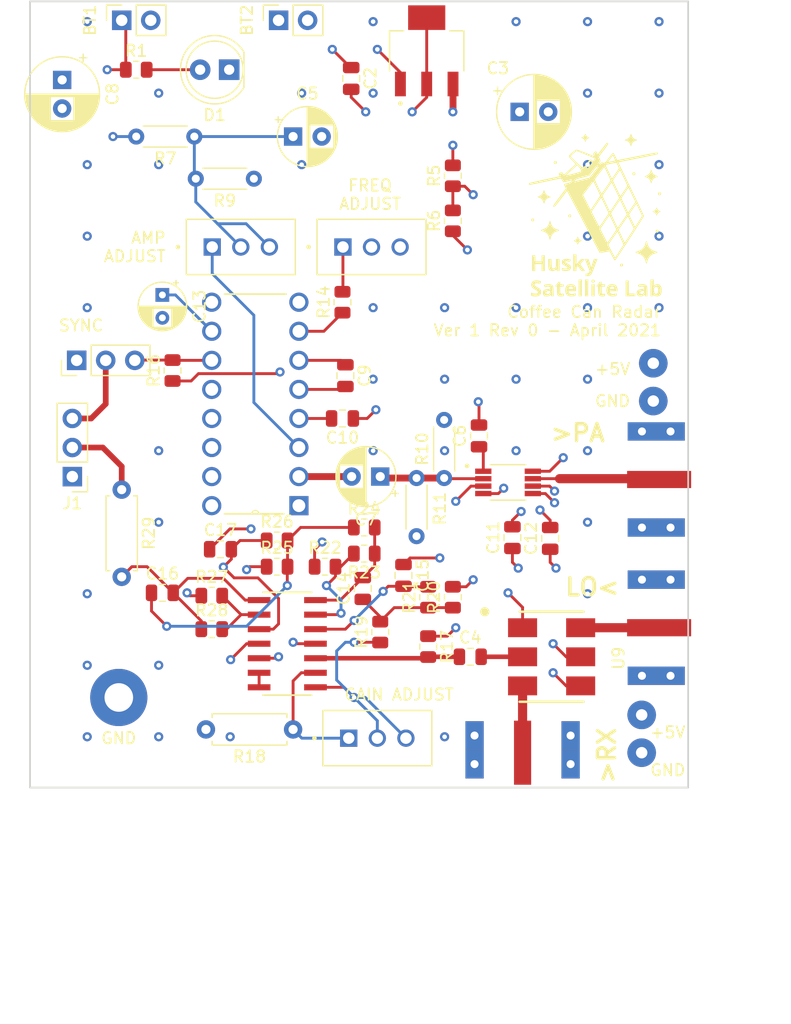
<source format=kicad_pcb>
(kicad_pcb (version 20171130) (host pcbnew "(5.1.8)-1")
  (layers (0 F.Cu signal) (1 GND signal hide) (2 PWR signal) (31 B.Cu signal) (34 B.Paste user) (35 F.Paste user) (36 B.SilkS user) (37 F.SilkS user) (38 B.Mask user) (39 F.Mask user) (44 Edge.Cuts user))
  (net 0 "")
  (net 1 12V_OUT)
  (net 2 "Net-(BT1-Pad2)")
  (net 3 GND)
  (net 4 5V_OUT)
  (net 5 "Net-(C5-Pad1)")
  (net 6 "Net-(C6-Pad1)")
  (net 7 "Net-(C7-Pad2)")
  (net 8 RAMP_SIGNAL)
  (net 9 "Net-(C9-Pad2)")
  (net 10 "Net-(C9-Pad1)")
  (net 11 "Net-(C13-Pad1)")
  (net 12 "Net-(D1-Pad2)")
  (net 13 "Net-(G1-Pad16)")
  (net 14 "Net-(G1-Pad15)")
  (net 15 "Net-(G1-Pad14)")
  (net 16 "Net-(G1-Pad13)")
  (net 17 "Net-(G1-Pad11)")
  (net 18 "Net-(G1-Pad9)")
  (net 19 "Net-(G1-Pad8)")
  (net 20 "Net-(G1-Pad7)")
  (net 21 "Net-(G1-Pad3)")
  (net 22 3.6V_OUT)
  (net 23 "Net-(R14-Pad2)")
  (net 24 "Net-(U1-Pad7)")
  (net 25 SYNC_OUT)
  (net 26 "Net-(C17-Pad2)")
  (net 27 "Net-(R27-Pad2)")
  (net 28 "Net-(C16-Pad2)")
  (net 29 "Net-(C14-Pad2)")
  (net 30 "Net-(R22-Pad2)")
  (net 31 "Net-(C15-Pad2)")
  (net 32 "Net-(C4-Pad1)")
  (net 33 "Net-(R18-Pad1)")
  (net 34 "Net-(R19-Pad1)")
  (net 35 "Net-(U6-Pad2)")
  (net 36 IF_SIGNAL)
  (net 37 "Net-(U11-Pad2)")
  (net 38 "Net-(C14-Pad1)")
  (net 39 "Net-(C16-Pad1)")
  (net 40 SIGNAL_OUT)
  (net 41 "Net-(U2-Pad13)")
  (module HS2-PARTS:logo (layer F.Cu) (at 169.418 73.152)
    (fp_text reference G*** hide)
    (fp_text value LOGO hide)
  )
  (module Capacitor_SMD:C_0805_2012Metric (layer F.Cu) (at 165.481 101.412 90)
    (fp_text reference C12 (at 0 -1.68 90) (layer F.SilkS))
    (fp_text value 220pF)
    (pad 1 smd roundrect (at -0.95 0 90) (size 1 1.45) (layers F.Cu F.Paste F.Mask) (net 3 GND))
    (pad 2 smd roundrect (at 0.95 0 90) (size 1 1.45) (layers F.Cu F.Paste F.Mask) (net 4 5V_OUT))
  )
  (module Resistor_SMD:R_0805_2012Metric (layer F.Cu) (at 129.286 60.452)
    (fp_text reference R1 (at 0 -1.65) (layer F.SilkS))
    (fp_text value 1k)
    (pad 1 smd roundrect (at -0.9125 0) (size 1.025 1.4) (layers F.Cu F.Paste F.Mask) (roundrect_rratio 0.2439004878048781) (net 1 12V_OUT))
    (pad 2 smd roundrect (at 0.9125 0) (size 1.025 1.4) (layers F.Cu F.Paste F.Mask) (roundrect_rratio 0.2439004878048781) (net 12 "Net-(D1-Pad2)"))
  )
  (module Connector_PinSocket_2.54mm:PinSocket_1x02_P2.54mm_Vertical (layer F.Cu) (at 128.016 56.134 90)
    (fp_text reference BT1 (at 0 -2.77 90) (layer F.SilkS))
    (fp_text value 6V)
    (pad 1 thru_hole rect (at 0 0 90) (size 1.7 1.7) (drill 1) (layers *.Cu *.Mask) (net 1 12V_OUT))
    (pad 2 thru_hole oval (at 0 2.54 90) (size 1.7 1.7) (drill 1) (layers *.Cu *.Mask) (net 2 "Net-(BT1-Pad2)"))
  )
  (module Connector_PinSocket_2.54mm:PinSocket_1x02_P2.54mm_Vertical (layer F.Cu) (at 141.732 56.134 90)
    (fp_text reference BT2 (at 0 -2.77 90) (layer F.SilkS))
    (fp_text value 6V)
    (pad 2 thru_hole oval (at 0 2.54 90) (size 1.7 1.7) (drill 1) (layers *.Cu *.Mask) (net 3 GND))
    (pad 1 thru_hole rect (at 0 0 90) (size 1.7 1.7) (drill 1) (layers *.Cu *.Mask) (net 2 "Net-(BT1-Pad2)"))
  )
  (module Capacitor_SMD:C_0805_2012Metric (layer F.Cu) (at 147.574 87.188 270)
    (fp_text reference C9 (at 0 -1.68 90) (layer F.SilkS))
    (fp_text value 0.47uF)
    (pad 2 smd roundrect (at 0.95 0 270) (size 1 1.45) (layers F.Cu F.Paste F.Mask) (net 9 "Net-(C9-Pad2)"))
    (pad 1 smd roundrect (at -0.95 0 270) (size 1 1.45) (layers F.Cu F.Paste F.Mask) (net 10 "Net-(C9-Pad1)"))
  )
  (module Capacitor_THT:CP_Radial_D5.0mm_P2.50mm (layer F.Cu) (at 143.002 66.294)
    (fp_text reference C5 (at 1.25 -3.75) (layer F.SilkS))
    (fp_text value 10uF)
    (pad 1 thru_hole rect (at 0 0) (size 1.6 1.6) (drill 0.8) (layers *.Cu *.Mask) (net 5 "Net-(C5-Pad1)"))
    (pad 2 thru_hole circle (at 2.5 0) (size 1.6 1.6) (drill 0.8) (layers *.Cu *.Mask) (net 3 GND))
  )
  (module Capacitor_THT:CP_Radial_D5.0mm_P2.50mm (layer F.Cu) (at 150.622 96.012 180)
    (fp_text reference C7 (at 1.25 -3.75) (layer F.SilkS))
    (fp_text value 10uF)
    (pad 2 thru_hole circle (at 2.5 0 180) (size 1.6 1.6) (drill 0.8) (layers *.Cu *.Mask) (net 7 "Net-(C7-Pad2)"))
    (pad 1 thru_hole rect (at 0 0 180) (size 1.6 1.6) (drill 0.8) (layers *.Cu *.Mask) (net 8 RAMP_SIGNAL))
  )
  (module Capacitor_THT:CP_Radial_D4.0mm_P2.00mm (layer F.Cu) (at 131.572 80.137 270)
    (fp_text reference C13 (at 1 -3.25 90) (layer F.SilkS))
    (fp_text value 1uF)
    (pad 1 thru_hole rect (at 0 0 270) (size 1.2 1.2) (drill 0.6) (layers *.Cu *.Mask) (net 11 "Net-(C13-Pad1)"))
    (pad 2 thru_hole circle (at 2 0 270) (size 1.2 1.2) (drill 0.6) (layers *.Cu *.Mask) (net 3 GND))
  )
  (module LED_THT:LED_D5.0mm (layer F.Cu) (at 137.414 60.452 180)
    (fp_text reference D1 (at 1.27 -3.96) (layer F.SilkS))
    (fp_text value DIODE)
    (pad 1 thru_hole rect (at 0 0 180) (size 1.8 1.8) (drill 0.9) (layers *.Cu *.Mask) (net 3 GND))
    (pad 2 thru_hole circle (at 2.54 0 180) (size 1.8 1.8) (drill 0.9) (layers *.Cu *.Mask) (net 12 "Net-(D1-Pad2)"))
  )
  (module Capacitor_THT:CP_Radial_D6.3mm_P2.50mm (layer F.Cu) (at 122.809 61.341 270)
    (fp_text reference C8 (at 1.25 -4.4 90) (layer F.SilkS))
    (fp_text value 100uF)
    (pad 1 thru_hole rect (at 0 0 270) (size 1.6 1.6) (drill 0.8) (layers *.Cu *.Mask) (net 1 12V_OUT))
    (pad 2 thru_hole circle (at 2.5 0 270) (size 1.6 1.6) (drill 0.8) (layers *.Cu *.Mask) (net 3 GND))
  )
  (module HS2-PARTS:XR-2206 (layer F.Cu) (at 135.89 80.772 180)
    (fp_text reference G1 hide)
    (fp_text value XR-2206 hide)
    (pad 16 thru_hole circle (at 0 -17.78 180) (size 1.6764 1.6764) (drill 1.1176) (layers *.Cu *.Mask) (net 13 "Net-(G1-Pad16)"))
    (pad 15 thru_hole circle (at 0 -15.24 180) (size 1.6764 1.6764) (drill 1.1176) (layers *.Cu *.Mask) (net 14 "Net-(G1-Pad15)"))
    (pad 14 thru_hole circle (at 0 -12.7 180) (size 1.6764 1.6764) (drill 1.1176) (layers *.Cu *.Mask) (net 15 "Net-(G1-Pad14)"))
    (pad 13 thru_hole circle (at 0 -10.16 180) (size 1.6764 1.6764) (drill 1.1176) (layers *.Cu *.Mask) (net 16 "Net-(G1-Pad13)"))
    (pad 12 thru_hole circle (at 0 -7.62 180) (size 1.6764 1.6764) (drill 1.1176) (layers *.Cu *.Mask) (net 3 GND))
    (pad 11 thru_hole circle (at 0 -5.08 180) (size 1.6764 1.6764) (drill 1.1176) (layers *.Cu *.Mask) (net 17 "Net-(G1-Pad11)"))
    (pad 10 thru_hole circle (at 0 -2.54 180) (size 1.6764 1.6764) (drill 1.1176) (layers *.Cu *.Mask) (net 11 "Net-(C13-Pad1)"))
    (pad 9 thru_hole circle (at 0 0 180) (size 1.6764 1.6764) (drill 1.1176) (layers *.Cu *.Mask) (net 18 "Net-(G1-Pad9)"))
    (pad 8 thru_hole circle (at -7.62 0 180) (size 1.6764 1.6764) (drill 1.1176) (layers *.Cu *.Mask) (net 19 "Net-(G1-Pad8)"))
    (pad 7 thru_hole circle (at -7.62 -2.54 180) (size 1.6764 1.6764) (drill 1.1176) (layers *.Cu *.Mask) (net 20 "Net-(G1-Pad7)"))
    (pad 6 thru_hole circle (at -7.62 -5.08 180) (size 1.6764 1.6764) (drill 1.1176) (layers *.Cu *.Mask) (net 10 "Net-(C9-Pad1)"))
    (pad 5 thru_hole circle (at -7.62 -7.62 180) (size 1.6764 1.6764) (drill 1.1176) (layers *.Cu *.Mask) (net 9 "Net-(C9-Pad2)"))
    (pad 4 thru_hole circle (at -7.62 -10.16 180) (size 1.6764 1.6764) (drill 1.1176) (layers *.Cu *.Mask) (net 1 12V_OUT))
    (pad 3 thru_hole circle (at -7.62 -12.7 180) (size 1.6764 1.6764) (drill 1.1176) (layers *.Cu *.Mask) (net 21 "Net-(G1-Pad3)"))
    (pad 2 thru_hole circle (at -7.62 -15.24 180) (size 1.6764 1.6764) (drill 1.1176) (layers *.Cu *.Mask) (net 7 "Net-(C7-Pad2)"))
    (pad 1 thru_hole rect (at -7.62 -17.78 180) (size 1.6764 1.6764) (drill 1.1176) (layers *.Cu *.Mask) (net 3 GND))
  )
  (module HS2-PARTS:PV36W (layer F.Cu) (at 138.43 75.946)
    (fp_text reference RV2 hide)
    (fp_text value 50k hide)
    (pad 3 thru_hole circle (at 2.5 0) (size 1.508 1.508) (drill 1) (layers *.Cu *.Mask) (net 5 "Net-(C5-Pad1)"))
    (pad 2 thru_hole circle (at 0 0) (size 1.508 1.508) (drill 1) (layers *.Cu *.Mask) (net 5 "Net-(C5-Pad1)"))
    (pad 1 thru_hole rect (at -2.5 0) (size 1.508 1.508) (drill 1) (layers *.Cu *.Mask) (net 21 "Net-(G1-Pad3)"))
  )
  (module HS2-PARTS:PV36W (layer F.Cu) (at 149.86 75.946)
    (fp_text reference RV3 hide)
    (fp_text value 2M hide)
    (pad 1 thru_hole rect (at -2.5 0) (size 1.508 1.508) (drill 1) (layers *.Cu *.Mask) (net 23 "Net-(R14-Pad2)"))
    (pad 2 thru_hole circle (at 0 0) (size 1.508 1.508) (drill 1) (layers *.Cu *.Mask) (net 3 GND))
    (pad 3 thru_hole circle (at 2.5 0) (size 1.508 1.508) (drill 1) (layers *.Cu *.Mask) (net 3 GND))
  )
  (module HS2-PARTS:LM2940 (layer F.Cu) (at 154.686 58.801 90)
    (fp_text reference VR1 hide)
    (fp_text value LM2940 hide)
    (pad 4 smd rect (at 2.9 0 90) (size 2.15 3.25) (layers F.Cu F.Paste F.Mask) (net 3 GND))
    (pad 3 smd rect (at -2.9 2.3 90) (size 2.15 0.95) (layers F.Cu F.Paste F.Mask) (net 4 5V_OUT))
    (pad 2 smd rect (at -2.9 0 90) (size 2.15 0.95) (layers F.Cu F.Paste F.Mask) (net 3 GND))
    (pad 1 smd rect (at -2.9 -2.3 90) (size 2.15 0.95) (layers F.Cu F.Paste F.Mask) (net 2 "Net-(BT1-Pad2)"))
  )
  (module Capacitor_SMD:C_0805_2012Metric (layer F.Cu) (at 162.179 101.346 90)
    (fp_text reference C11 (at 0 -1.68 90) (layer F.SilkS))
    (fp_text value 220pF)
    (pad 2 smd roundrect (at 0.95 0 90) (size 1 1.45) (layers F.Cu F.Paste F.Mask) (net 4 5V_OUT))
    (pad 1 smd roundrect (at -0.95 0 90) (size 1 1.45) (layers F.Cu F.Paste F.Mask) (net 3 GND))
  )
  (module HS2-PARTS:MAX2750AUA+ (layer F.Cu) (at 161.798 96.52)
    (fp_text reference U1 hide)
    (fp_text value MAX2750AUA+ hide)
    (pad 1 smd rect (at -2.165 -0.975) (size 1.42 0.47) (layers F.Cu F.Paste F.Mask) (net 6 "Net-(C6-Pad1)"))
    (pad 2 smd rect (at -2.165 -0.325) (size 1.42 0.47) (layers F.Cu F.Paste F.Mask) (net 8 RAMP_SIGNAL))
    (pad 3 smd rect (at -2.165 0.325) (size 1.42 0.47) (layers F.Cu F.Paste F.Mask) (net 3 GND))
    (pad 4 smd rect (at -2.165 0.975) (size 1.42 0.47) (layers F.Cu F.Paste F.Mask) (net 22 3.6V_OUT))
    (pad 5 smd rect (at 2.165 0.975) (size 1.42 0.47) (layers F.Cu F.Paste F.Mask) (net 4 5V_OUT))
    (pad 6 smd rect (at 2.165 0.325) (size 1.42 0.47) (layers F.Cu F.Paste F.Mask) (net 4 5V_OUT))
    (pad 7 smd rect (at 2.165 -0.325) (size 1.42 0.47) (layers F.Cu F.Paste F.Mask) (net 24 "Net-(U1-Pad7)"))
    (pad 8 smd rect (at 2.165 -0.975) (size 1.42 0.47) (layers F.Cu F.Paste F.Mask) (net 3 GND))
  )
  (module Capacitor_SMD:C_0805_2012Metric (layer F.Cu) (at 148.082 61.214 270)
    (fp_text reference C2 (at 0 -1.68 90) (layer F.SilkS))
    (fp_text value 0.1uF)
    (pad 1 smd roundrect (at -0.95 0 270) (size 1 1.45) (layers F.Cu F.Paste F.Mask) (net 2 "Net-(BT1-Pad2)"))
    (pad 2 smd roundrect (at 0.95 0 270) (size 1 1.45) (layers F.Cu F.Paste F.Mask) (net 3 GND))
  )
  (module Capacitor_THT:CP_Radial_D6.3mm_P2.50mm (layer F.Cu) (at 162.814 64.135)
    (fp_text reference C3 (at -1.905 -3.81) (layer F.SilkS))
    (fp_text value 100uF)
    (pad 2 thru_hole circle (at 2.5 0) (size 1.6 1.6) (drill 0.8) (layers *.Cu *.Mask) (net 3 GND))
    (pad 1 thru_hole rect (at 0 0) (size 1.6 1.6) (drill 0.8) (layers *.Cu *.Mask) (net 4 5V_OUT))
  )
  (module Capacitor_SMD:C_0805_2012Metric (layer F.Cu) (at 159.258 92.456 90)
    (fp_text reference C6 (at 0 -1.68 90) (layer F.SilkS))
    (fp_text value 0.1uF)
    (pad 1 smd roundrect (at -0.95 0 90) (size 1 1.45) (layers F.Cu F.Paste F.Mask) (net 6 "Net-(C6-Pad1)"))
    (pad 2 smd roundrect (at 0.95 0 90) (size 1 1.45) (layers F.Cu F.Paste F.Mask) (net 3 GND))
  )
  (module Capacitor_SMD:C_0805_2012Metric (layer F.Cu) (at 147.32 90.932 180)
    (fp_text reference C10 (at 0 -1.68) (layer F.SilkS))
    (fp_text value 0.1uF)
    (pad 2 smd roundrect (at 0.95 0 180) (size 1 1.45) (layers F.Cu F.Paste F.Mask) (net 1 12V_OUT))
    (pad 1 smd roundrect (at -0.95 0 180) (size 1 1.45) (layers F.Cu F.Paste F.Mask) (net 3 GND))
  )
  (module Resistor_SMD:R_0805_2012Metric (layer F.Cu) (at 156.972 69.723 90)
    (fp_text reference R5 (at 0 -1.65 90) (layer F.SilkS))
    (fp_text value 3.83k)
    (pad 2 smd roundrect (at 0.9125 0 90) (size 1.025 1.4) (layers F.Cu F.Paste F.Mask) (roundrect_rratio 0.2439004878048781) (net 4 5V_OUT))
    (pad 1 smd roundrect (at -0.9125 0 90) (size 1.025 1.4) (layers F.Cu F.Paste F.Mask) (roundrect_rratio 0.2439004878048781) (net 22 3.6V_OUT))
  )
  (module Resistor_SMD:R_0805_2012Metric (layer F.Cu) (at 156.972 73.66 90)
    (fp_text reference R6 (at 0 -1.65 90) (layer F.SilkS))
    (fp_text value 10k)
    (pad 2 smd roundrect (at 0.9125 0 90) (size 1.025 1.4) (layers F.Cu F.Paste F.Mask) (roundrect_rratio 0.2439004878048781) (net 22 3.6V_OUT))
    (pad 1 smd roundrect (at -0.9125 0 90) (size 1.025 1.4) (layers F.Cu F.Paste F.Mask) (roundrect_rratio 0.2439004878048781) (net 3 GND))
  )
  (module Resistor_SMD:R_0805_2012Metric (layer F.Cu) (at 147.32 80.772 90)
    (fp_text reference R14 (at 0 -1.65 90) (layer F.SilkS))
    (fp_text value 1k)
    (pad 1 smd roundrect (at -0.9125 0 90) (size 1.025 1.4) (layers F.Cu F.Paste F.Mask) (roundrect_rratio 0.2439004878048781) (net 20 "Net-(G1-Pad7)"))
    (pad 2 smd roundrect (at 0.9125 0 90) (size 1.025 1.4) (layers F.Cu F.Paste F.Mask) (roundrect_rratio 0.2439004878048781) (net 23 "Net-(R14-Pad2)"))
  )
  (module Connector_PinHeader_2.54mm:PinHeader_1x03_P2.54mm_Vertical (layer F.Cu) (at 124.079 85.852 90)
    (fp_text reference SW1 hide)
    (fp_text value SW_SPDT)
    (pad 1 thru_hole rect (at 0 0 90) (size 1.7 1.7) (drill 1) (layers *.Cu *.Mask) (net 3 GND))
    (pad 2 thru_hole oval (at 0 2.54 90) (size 1.7 1.7) (drill 1) (layers *.Cu *.Mask) (net 25 SYNC_OUT))
    (pad 3 thru_hole oval (at 0 5.08 90) (size 1.7 1.7) (drill 1) (layers *.Cu *.Mask) (net 17 "Net-(G1-Pad11)"))
  )
  (module HS2-PARTS:21-0041B_14 (layer F.Cu) (at 142.494 110.617 180)
    (fp_text reference U2 hide)
    (fp_text value Opamp_Quad_Generic hide)
    (pad 14 smd rect (at 2.4638 -3.81 180) (size 1.9812 0.5334) (layers F.Cu F.Paste F.Mask) (net 41 "Net-(U2-Pad13)"))
    (pad 13 smd rect (at 2.4638 -2.54 180) (size 1.9812 0.5334) (layers F.Cu F.Paste F.Mask) (net 41 "Net-(U2-Pad13)"))
    (pad 12 smd rect (at 2.4638 -1.27 180) (size 1.9812 0.5334) (layers F.Cu F.Paste F.Mask) (net 4 5V_OUT))
    (pad 11 smd rect (at 2.4638 0 180) (size 1.9812 0.5334) (layers F.Cu F.Paste F.Mask) (net 3 GND))
    (pad 10 smd rect (at 2.4638 1.27 180) (size 1.9812 0.5334) (layers F.Cu F.Paste F.Mask) (net 26 "Net-(C17-Pad2)"))
    (pad 9 smd rect (at 2.4638 2.54 180) (size 1.9812 0.5334) (layers F.Cu F.Paste F.Mask) (net 27 "Net-(R27-Pad2)"))
    (pad 8 smd rect (at 2.4638 3.81 180) (size 1.9812 0.5334) (layers F.Cu F.Paste F.Mask) (net 28 "Net-(C16-Pad2)"))
    (pad 7 smd rect (at -2.4638 3.81 180) (size 1.9812 0.5334) (layers F.Cu F.Paste F.Mask) (net 29 "Net-(C14-Pad2)"))
    (pad 6 smd rect (at -2.4638 2.54 180) (size 1.9812 0.5334) (layers F.Cu F.Paste F.Mask) (net 30 "Net-(R22-Pad2)"))
    (pad 5 smd rect (at -2.4638 1.27 180) (size 1.9812 0.5334) (layers F.Cu F.Paste F.Mask) (net 31 "Net-(C15-Pad2)"))
    (pad 4 smd rect (at -2.4638 0 180) (size 1.9812 0.5334) (layers F.Cu F.Paste F.Mask) (net 1 12V_OUT))
    (pad 3 smd rect (at -2.4638 -1.27 180) (size 1.9812 0.5334) (layers F.Cu F.Paste F.Mask) (net 32 "Net-(C4-Pad1)"))
    (pad 2 smd rect (at -2.4638 -2.54 180) (size 1.9812 0.5334) (layers F.Cu F.Paste F.Mask) (net 33 "Net-(R18-Pad1)"))
    (pad 1 smd rect (at -2.4638 -3.81 180) (size 1.9812 0.5334) (layers F.Cu F.Paste F.Mask) (net 34 "Net-(R19-Pad1)"))
  )
  (module HS2-PARTS:SMA_EDGE_MOUNT_132255 (layer F.Cu) (at 175.006 96.266 270)
    (fp_text reference U5 hide)
    (fp_text value SMA_PCB_Edge_Mount hide)
    (pad 1 thru_hole rect (at -4.2 1.5 270) (size 1.6 2.5) (drill 0.7) (layers *.Cu *.Paste *.Mask) (net 3 GND))
    (pad 2 smd rect (at 0 0 270) (size 1.5 5.6) (layers F.Cu F.Paste F.Mask) (net 24 "Net-(U1-Pad7)"))
    (pad 1 thru_hole rect (at -4.2 -1 270) (size 1.6 2.5) (drill 0.7) (layers *.Cu *.Paste *.Mask) (net 3 GND))
    (pad 3 thru_hole rect (at 4.2 1.5 270) (size 1.6 2.5) (drill 0.7) (layers *.Cu *.Paste *.Mask) (net 3 GND))
    (pad 3 thru_hole rect (at 4.2 -1 270) (size 1.6 2.5) (drill 0.7) (layers *.Cu *.Paste *.Mask) (net 3 GND))
  )
  (module HS2-PARTS:SMA_EDGE_MOUNT_132255 (layer F.Cu) (at 163.068 120.142 180)
    (fp_text reference U6 hide)
    (fp_text value SMA_PCB_Edge_Mount hide)
    (pad 3 thru_hole rect (at 4.2 -1 180) (size 1.6 2.5) (drill 0.7) (layers *.Cu *.Paste *.Mask) (net 3 GND))
    (pad 3 thru_hole rect (at 4.2 1.5 180) (size 1.6 2.5) (drill 0.7) (layers *.Cu *.Paste *.Mask) (net 3 GND))
    (pad 1 thru_hole rect (at -4.2 -1 180) (size 1.6 2.5) (drill 0.7) (layers *.Cu *.Paste *.Mask) (net 3 GND))
    (pad 2 smd rect (at 0 0 180) (size 1.5 5.6) (layers F.Cu F.Paste F.Mask) (net 35 "Net-(U6-Pad2)"))
    (pad 1 thru_hole rect (at -4.2 1.5 180) (size 1.6 2.5) (drill 0.7) (layers *.Cu *.Paste *.Mask) (net 3 GND))
  )
  (module HS2-PARTS:ADE-3G+ (layer F.Cu) (at 168.402 107.823 270)
    (fp_text reference U9 (at 4.064 -3.048 90) (layer F.SilkS))
    (fp_text value ADE-3G+)
    (pad 1 smd rect (at 1.4 5.334 270) (size 1.65 2.54) (layers F.Cu F.Paste F.Mask) (net 3 GND))
    (pad 2 smd rect (at 3.94 5.334 270) (size 1.65 2.54) (layers F.Cu F.Paste F.Mask) (net 36 IF_SIGNAL))
    (pad 3 smd rect (at 6.48 5.334 270) (size 1.65 2.54) (layers F.Cu F.Paste F.Mask) (net 35 "Net-(U6-Pad2)"))
    (pad 6 smd rect (at 1.4 0.254 270) (size 1.65 2.54) (layers F.Cu F.Paste F.Mask) (net 37 "Net-(U11-Pad2)"))
    (pad 5 smd rect (at 3.94 0.254 270) (size 1.65 2.54) (layers F.Cu F.Paste F.Mask) (net 3 GND))
    (pad 4 smd rect (at 6.48 0.254 270) (size 1.65 2.54) (layers F.Cu F.Paste F.Mask) (net 3 GND))
  )
  (module HS2-PARTS:SMA_EDGE_MOUNT_132255 (layer F.Cu) (at 175.006 109.22 270)
    (fp_text reference U11 hide)
    (fp_text value SMA_PCB_Edge_Mount hide)
    (pad 1 thru_hole rect (at -4.2 1.5 270) (size 1.6 2.5) (drill 0.7) (layers *.Cu *.Paste *.Mask) (net 3 GND))
    (pad 2 smd rect (at 0 0 270) (size 1.5 5.6) (layers F.Cu F.Paste F.Mask) (net 37 "Net-(U11-Pad2)"))
    (pad 1 thru_hole rect (at -4.2 -1 270) (size 1.6 2.5) (drill 0.7) (layers *.Cu *.Paste *.Mask) (net 3 GND))
    (pad 3 thru_hole rect (at 4.2 1.5 270) (size 1.6 2.5) (drill 0.7) (layers *.Cu *.Paste *.Mask) (net 3 GND))
    (pad 3 thru_hole rect (at 4.2 -1 270) (size 1.6 2.5) (drill 0.7) (layers *.Cu *.Paste *.Mask) (net 3 GND))
  )
  (module Capacitor_SMD:C_0805_2012Metric (layer F.Cu) (at 158.496 111.76)
    (fp_text reference C4 (at 0 -1.68) (layer F.SilkS))
    (fp_text value 1uF)
    (pad 2 smd roundrect (at 0.95 0) (size 1 1.45) (layers F.Cu F.Paste F.Mask) (net 36 IF_SIGNAL))
    (pad 1 smd roundrect (at -0.95 0) (size 1 1.45) (layers F.Cu F.Paste F.Mask) (net 32 "Net-(C4-Pad1)"))
  )
  (module Capacitor_SMD:C_0805_2012Metric (layer F.Cu) (at 149.098 105.791 90)
    (fp_text reference C14 (at 0 -1.68 90) (layer F.SilkS))
    (fp_text value 1nF)
    (pad 2 smd roundrect (at 0.95 0 90) (size 1 1.45) (layers F.Cu F.Paste F.Mask) (net 29 "Net-(C14-Pad2)"))
    (pad 1 smd roundrect (at -0.95 0 90) (size 1 1.45) (layers F.Cu F.Paste F.Mask) (net 38 "Net-(C14-Pad1)"))
  )
  (module Capacitor_SMD:C_0805_2012Metric (layer F.Cu) (at 152.654 104.648 270)
    (fp_text reference C15 (at 0 -1.68 90) (layer F.SilkS))
    (fp_text value 1nF)
    (pad 1 smd roundrect (at -0.95 0 270) (size 1 1.45) (layers F.Cu F.Paste F.Mask) (net 4 5V_OUT))
    (pad 2 smd roundrect (at 0.95 0 270) (size 1 1.45) (layers F.Cu F.Paste F.Mask) (net 31 "Net-(C15-Pad2)"))
  )
  (module Capacitor_SMD:C_0805_2012Metric (layer F.Cu) (at 131.572 106.172)
    (fp_text reference C16 (at 0 -1.68) (layer F.SilkS))
    (fp_text value 1nF)
    (pad 1 smd roundrect (at -0.95 0) (size 1 1.45) (layers F.Cu F.Paste F.Mask) (net 39 "Net-(C16-Pad1)"))
    (pad 2 smd roundrect (at 0.95 0) (size 1 1.45) (layers F.Cu F.Paste F.Mask) (net 28 "Net-(C16-Pad2)"))
  )
  (module Capacitor_SMD:C_0805_2012Metric (layer F.Cu) (at 136.652 102.362)
    (fp_text reference C17 (at 0 -1.68) (layer F.SilkS))
    (fp_text value 1nF)
    (pad 1 smd roundrect (at -0.95 0) (size 1 1.45) (layers F.Cu F.Paste F.Mask) (net 4 5V_OUT))
    (pad 2 smd roundrect (at 0.95 0) (size 1 1.45) (layers F.Cu F.Paste F.Mask) (net 26 "Net-(C17-Pad2)"))
  )
  (module Resistor_THT:R_Axial_DIN0204_L3.6mm_D1.6mm_P5.08mm_Horizontal (layer F.Cu) (at 134.366 66.294 180)
    (fp_text reference R7 (at 2.54 -1.92) (layer F.SilkS))
    (fp_text value 5.1k)
    (pad 1 thru_hole circle (at 0 0 180) (size 1.4 1.4) (drill 0.7) (layers *.Cu *.Mask) (net 5 "Net-(C5-Pad1)"))
    (pad 2 thru_hole oval (at 5.08 0 180) (size 1.4 1.4) (drill 0.7) (layers *.Cu *.Mask) (net 1 12V_OUT))
  )
  (module Resistor_THT:R_Axial_DIN0204_L3.6mm_D1.6mm_P5.08mm_Horizontal (layer F.Cu) (at 139.573 69.977 180)
    (fp_text reference R9 (at 2.54 -1.92) (layer F.SilkS))
    (fp_text value 5.1k)
    (pad 2 thru_hole oval (at 5.08 0 180) (size 1.4 1.4) (drill 0.7) (layers *.Cu *.Mask) (net 5 "Net-(C5-Pad1)"))
    (pad 1 thru_hole circle (at 0 0 180) (size 1.4 1.4) (drill 0.7) (layers *.Cu *.Mask) (net 3 GND))
  )
  (module Resistor_THT:R_Axial_DIN0204_L3.6mm_D1.6mm_P5.08mm_Horizontal (layer F.Cu) (at 156.21 96.139 90)
    (fp_text reference R10 (at 2.54 -1.92 90) (layer F.SilkS))
    (fp_text value 100k)
    (pad 2 thru_hole oval (at 5.08 0 90) (size 1.4 1.4) (drill 0.7) (layers *.Cu *.Mask) (net 3 GND))
    (pad 1 thru_hole circle (at 0 0 90) (size 1.4 1.4) (drill 0.7) (layers *.Cu *.Mask) (net 8 RAMP_SIGNAL))
  )
  (module Resistor_THT:R_Axial_DIN0204_L3.6mm_D1.6mm_P5.08mm_Horizontal (layer F.Cu) (at 153.797 101.219 90)
    (fp_text reference R11 (at 2.413 2.032 90) (layer F.SilkS))
    (fp_text value 100k)
    (pad 1 thru_hole circle (at 0 0 90) (size 1.4 1.4) (drill 0.7) (layers *.Cu *.Mask) (net 4 5V_OUT))
    (pad 2 thru_hole oval (at 5.08 0 90) (size 1.4 1.4) (drill 0.7) (layers *.Cu *.Mask) (net 8 RAMP_SIGNAL))
  )
  (module Resistor_SMD:R_0805_2012Metric (layer F.Cu) (at 132.461 86.741 90)
    (fp_text reference R16 (at 0 -1.65 90) (layer F.SilkS))
    (fp_text value 10k)
    (pad 2 smd roundrect (at 0.9125 0 90) (size 1.025 1.4) (layers F.Cu F.Paste F.Mask) (roundrect_rratio 0.2439004878048781) (net 17 "Net-(G1-Pad11)"))
    (pad 1 smd roundrect (at -0.9125 0 90) (size 1.025 1.4) (layers F.Cu F.Paste F.Mask) (roundrect_rratio 0.2439004878048781) (net 4 5V_OUT))
  )
  (module Resistor_SMD:R_0805_2012Metric (layer F.Cu) (at 154.813 110.871 270)
    (fp_text reference R17 (at 0 -1.65 90) (layer F.SilkS))
    (fp_text value 10k)
    (pad 2 smd roundrect (at 0.9125 0 270) (size 1.025 1.4) (layers F.Cu F.Paste F.Mask) (roundrect_rratio 0.2439004878048781) (net 32 "Net-(C4-Pad1)"))
    (pad 1 smd roundrect (at -0.9125 0 270) (size 1.025 1.4) (layers F.Cu F.Paste F.Mask) (roundrect_rratio 0.2439004878048781) (net 4 5V_OUT))
  )
  (module Resistor_SMD:R_0805_2012Metric (layer F.Cu) (at 150.622 109.601 90)
    (fp_text reference R19 (at 0 -1.65 90) (layer F.SilkS))
    (fp_text value 8.45k)
    (pad 1 smd roundrect (at -0.9125 0 90) (size 1.025 1.4) (layers F.Cu F.Paste F.Mask) (roundrect_rratio 0.2439004878048781) (net 34 "Net-(R19-Pad1)"))
    (pad 2 smd roundrect (at 0.9125 0 90) (size 1.025 1.4) (layers F.Cu F.Paste F.Mask) (roundrect_rratio 0.2439004878048781) (net 38 "Net-(C14-Pad1)"))
  )
  (module Resistor_SMD:R_0805_2012Metric (layer F.Cu) (at 156.972 106.553 90)
    (fp_text reference R20 (at 0 -1.65 90) (layer F.SilkS))
    (fp_text value 102k)
    (pad 2 smd roundrect (at 0.9125 0 90) (size 1.025 1.4) (layers F.Cu F.Paste F.Mask) (roundrect_rratio 0.2439004878048781) (net 4 5V_OUT))
    (pad 1 smd roundrect (at -0.9125 0 90) (size 1.025 1.4) (layers F.Cu F.Paste F.Mask) (roundrect_rratio 0.2439004878048781) (net 38 "Net-(C14-Pad1)"))
  )
  (module Resistor_SMD:R_0805_2012Metric (layer F.Cu) (at 154.813 106.553 90)
    (fp_text reference R21 (at 0 -1.65 90) (layer F.SilkS))
    (fp_text value 7.15K)
    (pad 2 smd roundrect (at 0.9125 0 90) (size 1.025 1.4) (layers F.Cu F.Paste F.Mask) (roundrect_rratio 0.2439004878048781) (net 31 "Net-(C15-Pad2)"))
    (pad 1 smd roundrect (at -0.9125 0 90) (size 1.025 1.4) (layers F.Cu F.Paste F.Mask) (roundrect_rratio 0.2439004878048781) (net 38 "Net-(C14-Pad1)"))
  )
  (module Resistor_SMD:R_0805_2012Metric (layer F.Cu) (at 145.796 103.886)
    (fp_text reference R22 (at 0 -1.65) (layer F.SilkS))
    (fp_text value 12.1K)
    (pad 1 smd roundrect (at -0.9125 0) (size 1.025 1.4) (layers F.Cu F.Paste F.Mask) (roundrect_rratio 0.2439004878048781) (net 4 5V_OUT))
    (pad 2 smd roundrect (at 0.9125 0) (size 1.025 1.4) (layers F.Cu F.Paste F.Mask) (roundrect_rratio 0.2439004878048781) (net 30 "Net-(R22-Pad2)"))
  )
  (module Resistor_SMD:R_0805_2012Metric (layer F.Cu) (at 149.225 102.743 180)
    (fp_text reference R23 (at 0 -1.65) (layer F.SilkS))
    (fp_text value 1k)
    (pad 2 smd roundrect (at 0.9125 0 180) (size 1.025 1.4) (layers F.Cu F.Paste F.Mask) (roundrect_rratio 0.2439004878048781) (net 30 "Net-(R22-Pad2)"))
    (pad 1 smd roundrect (at -0.9125 0 180) (size 1.025 1.4) (layers F.Cu F.Paste F.Mask) (roundrect_rratio 0.2439004878048781) (net 29 "Net-(C14-Pad2)"))
  )
  (module Resistor_SMD:R_0805_2012Metric (layer F.Cu) (at 149.225 100.457)
    (fp_text reference R24 (at 0 -1.65) (layer F.SilkS))
    (fp_text value 17.4K)
    (pad 1 smd roundrect (at -0.9125 0) (size 1.025 1.4) (layers F.Cu F.Paste F.Mask) (roundrect_rratio 0.2439004878048781) (net 39 "Net-(C16-Pad1)"))
    (pad 2 smd roundrect (at 0.9125 0) (size 1.025 1.4) (layers F.Cu F.Paste F.Mask) (roundrect_rratio 0.2439004878048781) (net 29 "Net-(C14-Pad2)"))
  )
  (module Resistor_SMD:R_0805_2012Metric (layer F.Cu) (at 141.605 103.886)
    (fp_text reference R25 (at 0 -1.65) (layer F.SilkS))
    (fp_text value 28k)
    (pad 1 smd roundrect (at -0.9125 0) (size 1.025 1.4) (layers F.Cu F.Paste F.Mask) (roundrect_rratio 0.2439004878048781) (net 4 5V_OUT))
    (pad 2 smd roundrect (at 0.9125 0) (size 1.025 1.4) (layers F.Cu F.Paste F.Mask) (roundrect_rratio 0.2439004878048781) (net 39 "Net-(C16-Pad1)"))
  )
  (module Resistor_SMD:R_0805_2012Metric (layer F.Cu) (at 141.605 101.6)
    (fp_text reference R26 (at 0 -1.65) (layer F.SilkS))
    (fp_text value 4.12k)
    (pad 2 smd roundrect (at 0.9125 0) (size 1.025 1.4) (layers F.Cu F.Paste F.Mask) (roundrect_rratio 0.2439004878048781) (net 39 "Net-(C16-Pad1)"))
    (pad 1 smd roundrect (at -0.9125 0) (size 1.025 1.4) (layers F.Cu F.Paste F.Mask) (roundrect_rratio 0.2439004878048781) (net 26 "Net-(C17-Pad2)"))
  )
  (module Resistor_SMD:R_0805_2012Metric (layer F.Cu) (at 135.89 106.426)
    (fp_text reference R27 (at 0 -1.65) (layer F.SilkS))
    (fp_text value 1.62k)
    (pad 2 smd roundrect (at 0.9125 0) (size 1.025 1.4) (layers F.Cu F.Paste F.Mask) (roundrect_rratio 0.2439004878048781) (net 27 "Net-(R27-Pad2)"))
    (pad 1 smd roundrect (at -0.9125 0) (size 1.025 1.4) (layers F.Cu F.Paste F.Mask) (roundrect_rratio 0.2439004878048781) (net 4 5V_OUT))
  )
  (module Resistor_SMD:R_0805_2012Metric (layer F.Cu) (at 135.89 109.347)
    (fp_text reference R28 (at 0 -1.65) (layer F.SilkS))
    (fp_text value 1k)
    (pad 1 smd roundrect (at -0.9125 0) (size 1.025 1.4) (layers F.Cu F.Paste F.Mask) (roundrect_rratio 0.2439004878048781) (net 28 "Net-(C16-Pad2)"))
    (pad 2 smd roundrect (at 0.9125 0) (size 1.025 1.4) (layers F.Cu F.Paste F.Mask) (roundrect_rratio 0.2439004878048781) (net 27 "Net-(R27-Pad2)"))
  )
  (module Resistor_THT:R_Axial_DIN0207_L6.3mm_D2.5mm_P7.62mm_Horizontal (layer F.Cu) (at 128.016 97.155 270)
    (fp_text reference R29 (at 3.81 -2.37 90) (layer F.SilkS))
    (fp_text value 47k)
    (pad 1 thru_hole circle (at 0 0 270) (size 1.6 1.6) (drill 0.8) (layers *.Cu *.Mask) (net 40 SIGNAL_OUT))
    (pad 2 thru_hole oval (at 7.62 0 270) (size 1.6 1.6) (drill 0.8) (layers *.Cu *.Mask) (net 28 "Net-(C16-Pad2)"))
  )
  (module HS2-PARTS:PV36W (layer F.Cu) (at 150.368 118.872)
    (fp_text reference RV1 hide)
    (fp_text value 10k hide)
    (pad 3 thru_hole circle (at 2.5 0) (size 1.508 1.508) (drill 1) (layers *.Cu *.Mask) (net 34 "Net-(R19-Pad1)"))
    (pad 2 thru_hole circle (at 0 0) (size 1.508 1.508) (drill 1) (layers *.Cu *.Mask) (net 34 "Net-(R19-Pad1)"))
    (pad 1 thru_hole rect (at -2.5 0) (size 1.508 1.508) (drill 1) (layers *.Cu *.Mask) (net 33 "Net-(R18-Pad1)"))
  )
  (module Connector_PinHeader_2.54mm:PinHeader_1x03_P2.54mm_Vertical (layer F.Cu) (at 123.698 96.012 180)
    (fp_text reference J1 (at 0 -2.33) (layer F.SilkS))
    (fp_text value AudioPlug3)
    (pad 1 thru_hole rect (at 0 0 180) (size 1.7 1.7) (drill 1) (layers *.Cu *.Mask) (net 3 GND))
    (pad 2 thru_hole oval (at 0 2.54 180) (size 1.7 1.7) (drill 1) (layers *.Cu *.Mask) (net 40 SIGNAL_OUT))
    (pad 3 thru_hole oval (at 0 5.08 180) (size 1.7 1.7) (drill 1) (layers *.Cu *.Mask) (net 25 SYNC_OUT))
  )
  (module Resistor_THT:R_Axial_DIN0207_L6.3mm_D2.5mm_P7.62mm_Horizontal (layer F.Cu) (at 143.002 118.11 180)
    (fp_text reference R18 (at 3.81 -2.37) (layer F.SilkS))
    (fp_text value 220)
    (pad 1 thru_hole circle (at 0 0 180) (size 1.6 1.6) (drill 0.8) (layers *.Cu *.Mask) (net 33 "Net-(R18-Pad1)"))
    (pad 2 thru_hole oval (at 7.62 0 180) (size 1.6 1.6) (drill 0.8) (layers *.Cu *.Mask) (net 4 5V_OUT))
  )
  (gr_text "GAIN ADJUST" (at 152.273 115.062) (layer F.SilkS) (effects (font (size 1 1))))
  (gr_text "FREQ\nADJUST" (at 149.733 71.374) (layer F.SilkS) (effects (font (size 1 1))))
  (gr_text "AMP\nADJUST" (at 131.953 75.946) (layer F.SilkS) (effects (font (size 1 1)) (justify right)))
  (gr_text SYNC (at 124.46 82.804) (layer F.SilkS) (effects (font (size 1 1))))
  (gr_text GND (at 175.768 121.666) (layer F.SilkS) (effects (font (size 1 1))))
  (gr_text +5V (at 175.768 118.364) (layer F.SilkS) (effects (font (size 1 1))))
  (gr_text GND (at 170.942 89.408) (layer F.SilkS) (effects (font (size 1 1))))
  (gr_text +5V (at 170.942 86.614) (layer F.SilkS) (effects (font (size 1 1))))
  (gr_text "GND\n" (at 127.762 118.872) (layer F.SilkS) (effects (font (size 1 1))))
  (gr_text >RX (at 170.434 120.396 90) (layer F.SilkS) (effects (font (size 1.5 1.5) (thickness 0.3))))
  (gr_text LO< (at 169.164 105.664) (layer F.SilkS) (effects (font (size 1.5 1.5) (thickness 0.3))))
  (gr_text >PA (at 167.894 92.202) (layer F.SilkS) (effects (font (size 1.5 1.5) (thickness 0.3))))
  (gr_text "Coffee Can Radar\nVer 1 Rev 0 - April 2021" (at 175.26 82.423) (layer F.SilkS) (effects (font (size 1 1)) (justify right)))
  (gr_line (start 177.546 54.483) (end 120 54.483) (layer Edge.Cuts) (width 0.15))
  (gr_line (start 177.546 123.19) (end 177.546 54.483) (layer Edge.Cuts) (width 0.15))
  (gr_line (start 120 123.19) (end 177.546 123.19) (layer Edge.Cuts) (width 0.15))
  (gr_line (start 120 54.483) (end 120 123.19) (layer Edge.Cuts) (width 0.15))
  (segment (start 128.016 60.0945) (end 128.3735 60.452) (width 0.25) (layer F.Cu) (net 1))
  (segment (start 128.3735 56.4915) (end 128.016 56.134) (width 0.25) (layer F.Cu) (net 1))
  (segment (start 128.3735 60.452) (end 128.3735 56.4915) (width 0.25) (layer F.Cu) (net 1))
  (via (at 143.002 110.49) (size 0.8) (drill 0.4) (layers F.Cu B.Cu) (net 1))
  (segment (start 143.129 110.617) (end 143.002 110.49) (width 0.25) (layer F.Cu) (net 1))
  (segment (start 144.9578 110.617) (end 143.129 110.617) (width 0.25) (layer F.Cu) (net 1))
  (via (at 126.746 60.452) (size 0.8) (drill 0.4) (layers F.Cu B.Cu) (net 1))
  (segment (start 126.746 60.452) (end 128.3735 60.452) (width 0.25) (layer F.Cu) (net 1))
  (via (at 127.254 66.294) (size 0.8) (drill 0.4) (layers F.Cu B.Cu) (net 1))
  (segment (start 127.254 66.294) (end 129.286 66.294) (width 0.25) (layer B.Cu) (net 1))
  (segment (start 146.37 90.932) (end 143.51 90.932) (width 0.25) (layer F.Cu) (net 1))
  (via (at 146.431 58.674) (size 0.8) (drill 0.4) (layers F.Cu B.Cu) (net 2))
  (segment (start 148.021 60.264) (end 146.431 58.674) (width 0.25) (layer F.Cu) (net 2))
  (segment (start 148.082 60.264) (end 148.021 60.264) (width 0.25) (layer F.Cu) (net 2))
  (segment (start 152.386 60.692) (end 150.368 58.674) (width 0.25) (layer F.Cu) (net 2))
  (segment (start 152.386 61.701) (end 152.386 60.692) (width 0.25) (layer F.Cu) (net 2))
  (segment (start 150.368 58.674) (end 150.368 58.674) (width 0.25) (layer F.Cu) (net 2))
  (via (at 150.368 58.674) (size 0.8) (drill 0.4) (layers F.Cu B.Cu) (net 2))
  (segment (start 148.082 62.164) (end 148.397 62.164) (width 0.25) (layer F.Cu) (net 3))
  (via (at 149.352 64.135) (size 0.8) (drill 0.4) (layers F.Cu B.Cu) (net 3))
  (segment (start 148.082 62.865) (end 149.352 64.135) (width 0.25) (layer F.Cu) (net 3))
  (segment (start 148.082 62.164) (end 148.082 62.865) (width 0.25) (layer F.Cu) (net 3))
  (segment (start 159.258 91.506) (end 159.258 91.186) (width 0.25) (layer F.Cu) (net 3))
  (via (at 157.226 98.171) (size 0.8) (drill 0.4) (layers F.Cu B.Cu) (net 3))
  (segment (start 158.552 96.845) (end 157.226 98.171) (width 0.25) (layer F.Cu) (net 3))
  (segment (start 159.633 96.845) (end 158.552 96.845) (width 0.25) (layer F.Cu) (net 3))
  (via (at 166.624 94.361) (size 0.8) (drill 0.4) (layers F.Cu B.Cu) (net 3))
  (segment (start 165.44 95.545) (end 166.624 94.361) (width 0.25) (layer F.Cu) (net 3))
  (segment (start 163.963 95.545) (end 165.44 95.545) (width 0.25) (layer F.Cu) (net 3))
  (via (at 158.242 76.2) (size 0.8) (drill 0.4) (layers F.Cu B.Cu) (net 3))
  (via (at 153.416 64.135) (size 0.8) (drill 0.4) (layers F.Cu B.Cu) (net 3))
  (segment (start 154.686 55.901) (end 154.686 61.701) (width 0.25) (layer F.Cu) (net 3))
  (segment (start 156.972 74.93) (end 158.242 76.2) (width 0.25) (layer F.Cu) (net 3))
  (segment (start 156.972 74.5725) (end 156.972 74.93) (width 0.25) (layer F.Cu) (net 3))
  (via (at 150.241 90.17) (size 0.8) (drill 0.4) (layers F.Cu B.Cu) (net 3))
  (segment (start 149.479 90.932) (end 150.241 90.17) (width 0.25) (layer F.Cu) (net 3))
  (segment (start 148.27 90.932) (end 149.479 90.932) (width 0.25) (layer F.Cu) (net 3))
  (via (at 161.798 106.172) (size 0.8) (drill 0.4) (layers F.Cu B.Cu) (net 3))
  (segment (start 163.068 107.442) (end 161.798 106.172) (width 0.25) (layer F.Cu) (net 3))
  (segment (start 163.068 109.223) (end 163.068 107.442) (width 0.25) (layer F.Cu) (net 3))
  (via (at 165.735 110.617) (size 0.8) (drill 0.4) (layers F.Cu B.Cu) (net 3))
  (segment (start 166.881 111.763) (end 165.735 110.617) (width 0.25) (layer F.Cu) (net 3))
  (segment (start 168.148 111.763) (end 166.881 111.763) (width 0.25) (layer F.Cu) (net 3))
  (via (at 165.735 113.157) (size 0.8) (drill 0.4) (layers F.Cu B.Cu) (net 3))
  (segment (start 166.881 114.303) (end 165.735 113.157) (width 0.25) (layer F.Cu) (net 3))
  (segment (start 168.148 114.303) (end 166.881 114.303) (width 0.25) (layer F.Cu) (net 3))
  (via (at 137.541 112.014) (size 0.8) (drill 0.4) (layers F.Cu B.Cu) (net 3))
  (segment (start 138.938 110.617) (end 137.541 112.014) (width 0.25) (layer F.Cu) (net 3))
  (segment (start 140.0302 110.617) (end 138.938 110.617) (width 0.25) (layer F.Cu) (net 3))
  (via (at 162.687 104.013) (size 0.8) (drill 0.4) (layers F.Cu B.Cu) (net 3))
  (segment (start 162.179 103.505) (end 162.687 104.013) (width 0.25) (layer F.Cu) (net 3))
  (segment (start 162.179 102.296) (end 162.179 103.505) (width 0.25) (layer F.Cu) (net 3))
  (via (at 165.989 104.013) (size 0.8) (drill 0.4) (layers F.Cu B.Cu) (net 3))
  (segment (start 165.481 103.505) (end 165.989 104.013) (width 0.25) (layer F.Cu) (net 3))
  (segment (start 165.481 102.362) (end 165.481 103.505) (width 0.25) (layer F.Cu) (net 3))
  (segment (start 154.686 62.865) (end 153.416 64.135) (width 0.25) (layer F.Cu) (net 3))
  (segment (start 154.686 61.701) (end 154.686 62.865) (width 0.25) (layer F.Cu) (net 3))
  (via (at 127.762 115.316) (size 5) (drill 2.5) (layers F.Cu B.Cu) (net 3))
  (via (at 174.498 89.408) (size 2.5) (drill 1) (layers F.Cu B.Cu) (net 3))
  (via (at 173.482 120.142) (size 2.5) (drill 1) (layers F.Cu B.Cu) (net 3))
  (via (at 159.1945 89.4715) (size 0.8) (drill 0.4) (layers F.Cu B.Cu) (net 3))
  (segment (start 159.258 89.535) (end 159.1945 89.4715) (width 0.25) (layer F.Cu) (net 3))
  (segment (start 159.258 91.506) (end 159.258 89.535) (width 0.25) (layer F.Cu) (net 3))
  (via (at 150 87.5) (size 0.8) (drill 0.4) (layers F.Cu B.Cu) (net 3))
  (via (at 156.25 87.5) (size 0.8) (drill 0.4) (layers F.Cu B.Cu) (net 3))
  (via (at 162.5 87.5) (size 0.8) (drill 0.4) (layers F.Cu B.Cu) (net 3))
  (via (at 168.75 87.5) (size 0.8) (drill 0.4) (layers F.Cu B.Cu) (net 3))
  (via (at 168.75 93.75) (size 0.8) (drill 0.4) (layers F.Cu B.Cu) (net 3))
  (via (at 168.75 100) (size 0.8) (drill 0.4) (layers F.Cu B.Cu) (net 3))
  (via (at 168.75 106.25) (size 0.8) (drill 0.4) (layers F.Cu B.Cu) (net 3))
  (via (at 168.75 81.25) (size 0.8) (drill 0.4) (layers F.Cu B.Cu) (net 3))
  (via (at 175 81.25) (size 0.8) (drill 0.4) (layers F.Cu B.Cu) (net 3))
  (via (at 162.5 81.25) (size 0.8) (drill 0.4) (layers F.Cu B.Cu) (net 3))
  (via (at 156.25 81.25) (size 0.8) (drill 0.4) (layers F.Cu B.Cu) (net 3))
  (via (at 150 81.25) (size 0.8) (drill 0.4) (layers F.Cu B.Cu) (net 3))
  (via (at 131.25 93.75) (size 0.8) (drill 0.4) (layers F.Cu B.Cu) (net 3))
  (via (at 131.25 100) (size 0.8) (drill 0.4) (layers F.Cu B.Cu) (net 3))
  (via (at 131.25 112.5) (size 0.8) (drill 0.4) (layers F.Cu B.Cu) (net 3))
  (via (at 125 106.25) (size 0.8) (drill 0.4) (layers F.Cu B.Cu) (net 3))
  (via (at 156.25 118.75) (size 0.8) (drill 0.4) (layers F.Cu B.Cu) (net 3))
  (via (at 150 93.75) (size 0.8) (drill 0.4) (layers F.Cu B.Cu) (net 3))
  (via (at 156.25 93.75) (size 0.8) (drill 0.4) (layers F.Cu B.Cu) (net 3))
  (via (at 162.5 93.75) (size 0.8) (drill 0.4) (layers F.Cu B.Cu) (net 3))
  (via (at 175 75) (size 0.8) (drill 0.4) (layers F.Cu B.Cu) (net 3))
  (via (at 168.75 75) (size 0.8) (drill 0.4) (layers F.Cu B.Cu) (net 3))
  (via (at 168.75 68.75) (size 0.8) (drill 0.4) (layers F.Cu B.Cu) (net 3))
  (via (at 175 68.75) (size 0.8) (drill 0.4) (layers F.Cu B.Cu) (net 3))
  (via (at 175 62.5) (size 0.8) (drill 0.4) (layers F.Cu B.Cu) (net 3))
  (via (at 168.75 62.5) (size 0.8) (drill 0.4) (layers F.Cu B.Cu) (net 3))
  (via (at 168.75 56.25) (size 0.8) (drill 0.4) (layers F.Cu B.Cu) (net 3))
  (via (at 175 56.25) (size 0.8) (drill 0.4) (layers F.Cu B.Cu) (net 3))
  (via (at 125 75) (size 0.8) (drill 0.4) (layers F.Cu B.Cu) (net 3))
  (via (at 125 81.25) (size 0.8) (drill 0.4) (layers F.Cu B.Cu) (net 3))
  (via (at 131.25 68.75) (size 0.8) (drill 0.4) (layers F.Cu B.Cu) (net 3))
  (via (at 143.75 68.75) (size 0.8) (drill 0.4) (layers F.Cu B.Cu) (net 3))
  (via (at 143.75 62.5) (size 0.8) (drill 0.4) (layers F.Cu B.Cu) (net 3))
  (via (at 125 112.5) (size 0.8) (drill 0.4) (layers F.Cu B.Cu) (net 3))
  (via (at 125 118.75) (size 0.8) (drill 0.4) (layers F.Cu B.Cu) (net 3))
  (via (at 131.25 118.75) (size 0.8) (drill 0.4) (layers F.Cu B.Cu) (net 3))
  (via (at 137.5 118.75) (size 0.8) (drill 0.4) (layers F.Cu B.Cu) (net 3))
  (via (at 125 68.75) (size 0.8) (drill 0.4) (layers F.Cu B.Cu) (net 3))
  (via (at 131.25 62.5) (size 0.8) (drill 0.4) (layers F.Cu B.Cu) (net 3))
  (via (at 150 62.5) (size 0.8) (drill 0.4) (layers F.Cu B.Cu) (net 3))
  (via (at 162.5 56.25) (size 0.8) (drill 0.4) (layers F.Cu B.Cu) (net 3))
  (via (at 150 56.25) (size 0.8) (drill 0.4) (layers F.Cu B.Cu) (net 3))
  (via (at 125 56.25) (size 0.8) (drill 0.4) (layers F.Cu B.Cu) (net 3))
  (segment (start 163.963 97.495) (end 164.231 97.495) (width 0.25) (layer F.Cu) (net 4))
  (via (at 156.972 64.135) (size 0.8) (drill 0.4) (layers F.Cu B.Cu) (net 4))
  (segment (start 156.986 64.121) (end 156.972 64.135) (width 0.25) (layer F.Cu) (net 4))
  (segment (start 156.986 61.701) (end 156.986 64.121) (width 0.6) (layer F.Cu) (net 4))
  (via (at 165.862 97.282) (size 0.8) (drill 0.4) (layers F.Cu B.Cu) (net 4))
  (segment (start 165.425 96.845) (end 165.862 97.282) (width 0.25) (layer F.Cu) (net 4))
  (segment (start 163.963 96.845) (end 165.425 96.845) (width 0.25) (layer F.Cu) (net 4))
  (via (at 165.862 98.298) (size 0.8) (drill 0.4) (layers F.Cu B.Cu) (net 4))
  (segment (start 165.059 97.495) (end 165.862 98.298) (width 0.25) (layer F.Cu) (net 4))
  (segment (start 163.963 97.495) (end 165.059 97.495) (width 0.25) (layer F.Cu) (net 4))
  (via (at 156.972 67.056) (size 0.8) (drill 0.4) (layers F.Cu B.Cu) (net 4))
  (segment (start 156.972 68.8105) (end 156.972 67.056) (width 0.25) (layer F.Cu) (net 4))
  (segment (start 132.461 87.6535) (end 132.461 87.503) (width 0.25) (layer F.Cu) (net 4))
  (segment (start 132.461 87.6535) (end 134.0885 87.6535) (width 0.25) (layer F.Cu) (net 4))
  (via (at 141.859 86.868) (size 0.8) (drill 0.4) (layers F.Cu B.Cu) (net 4))
  (segment (start 141.711799 87.015201) (end 141.859 86.868) (width 0.25) (layer F.Cu) (net 4))
  (segment (start 134.726799 87.015201) (end 141.711799 87.015201) (width 0.25) (layer F.Cu) (net 4))
  (segment (start 134.0885 87.6535) (end 134.726799 87.015201) (width 0.25) (layer F.Cu) (net 4))
  (via (at 162.941 99.06) (size 0.8) (drill 0.4) (layers F.Cu B.Cu) (net 4))
  (segment (start 162.179 99.822) (end 162.941 99.06) (width 0.25) (layer F.Cu) (net 4))
  (segment (start 162.179 100.396) (end 162.179 99.822) (width 0.25) (layer F.Cu) (net 4))
  (via (at 164.592 98.933) (size 0.8) (drill 0.4) (layers F.Cu B.Cu) (net 4))
  (segment (start 165.481 99.822) (end 164.592 98.933) (width 0.25) (layer F.Cu) (net 4))
  (segment (start 165.481 100.462) (end 165.481 99.822) (width 0.25) (layer F.Cu) (net 4))
  (via (at 158.75 105.029) (size 0.8) (drill 0.4) (layers F.Cu B.Cu) (net 4))
  (segment (start 158.1385 105.6405) (end 158.75 105.029) (width 0.25) (layer F.Cu) (net 4))
  (segment (start 156.972 105.6405) (end 158.1385 105.6405) (width 0.25) (layer F.Cu) (net 4))
  (via (at 155.829 103.124) (size 0.8) (drill 0.4) (layers F.Cu B.Cu) (net 4))
  (via (at 157.226 109.22) (size 0.8) (drill 0.4) (layers F.Cu B.Cu) (net 4))
  (segment (start 156.4875 109.9585) (end 157.226 109.22) (width 0.25) (layer F.Cu) (net 4))
  (segment (start 154.813 109.9585) (end 156.4875 109.9585) (width 0.25) (layer F.Cu) (net 4))
  (via (at 138.938 104.14) (size 0.8) (drill 0.4) (layers F.Cu B.Cu) (net 4))
  (segment (start 139.192 103.886) (end 138.938 104.14) (width 0.25) (layer F.Cu) (net 4))
  (segment (start 140.6925 103.886) (end 139.192 103.886) (width 0.25) (layer F.Cu) (net 4))
  (via (at 145.542 101.727) (size 0.8) (drill 0.4) (layers F.Cu B.Cu) (net 4))
  (segment (start 144.8835 102.3855) (end 145.542 101.727) (width 0.25) (layer F.Cu) (net 4))
  (segment (start 144.8835 103.886) (end 144.8835 102.3855) (width 0.25) (layer F.Cu) (net 4))
  (via (at 139.319 100.584) (size 0.8) (drill 0.4) (layers F.Cu B.Cu) (net 4))
  (segment (start 135.702 102.362) (end 137.48 100.584) (width 0.25) (layer F.Cu) (net 4))
  (via (at 133.731 106.172) (size 0.8) (drill 0.4) (layers F.Cu B.Cu) (net 4))
  (segment (start 133.985 106.426) (end 133.731 106.172) (width 0.25) (layer F.Cu) (net 4))
  (segment (start 134.9775 106.426) (end 133.985 106.426) (width 0.25) (layer F.Cu) (net 4))
  (segment (start 137.48 100.584) (end 139.319 100.584) (width 0.25) (layer F.Cu) (net 4))
  (via (at 174.498 86.106) (size 2.5) (drill 1) (layers F.Cu B.Cu) (net 4))
  (via (at 173.482 116.84) (size 2.5) (drill 1) (layers F.Cu B.Cu) (net 4))
  (via (at 141.732 111.76) (size 0.8) (drill 0.4) (layers F.Cu B.Cu) (net 4))
  (segment (start 141.605 111.887) (end 141.732 111.76) (width 0.25) (layer F.Cu) (net 4))
  (segment (start 140.0302 111.887) (end 141.605 111.887) (width 0.25) (layer F.Cu) (net 4))
  (segment (start 153.228 103.124) (end 152.654 103.698) (width 0.25) (layer F.Cu) (net 4))
  (segment (start 155.829 103.124) (end 153.228 103.124) (width 0.25) (layer F.Cu) (net 4))
  (segment (start 134.493 66.421) (end 134.366 66.294) (width 0.25) (layer F.Cu) (net 5))
  (segment (start 140.93 75.946) (end 138.898 73.914) (width 0.25) (layer B.Cu) (net 5))
  (segment (start 138.898 73.914) (end 136.398 73.914) (width 0.25) (layer B.Cu) (net 5))
  (segment (start 136.398 73.914) (end 138.43 75.946) (width 0.25) (layer B.Cu) (net 5))
  (segment (start 134.493 72.009) (end 136.398 73.914) (width 0.25) (layer B.Cu) (net 5))
  (segment (start 143.002 66.294) (end 134.366 66.294) (width 0.25) (layer B.Cu) (net 5))
  (segment (start 134.366 69.85) (end 134.493 69.977) (width 0.25) (layer F.Cu) (net 5))
  (segment (start 134.366 66.294) (end 134.366 69.85) (width 0.25) (layer B.Cu) (net 5))
  (segment (start 134.493 72.009) (end 134.493 69.977) (width 0.25) (layer B.Cu) (net 5))
  (segment (start 159.633 93.781) (end 159.258 93.406) (width 0.25) (layer F.Cu) (net 6))
  (segment (start 159.633 95.545) (end 159.633 93.781) (width 0.25) (layer F.Cu) (net 6))
  (segment (start 143.51 96.012) (end 148.122 96.012) (width 0.6) (layer F.Cu) (net 7))
  (segment (start 150.805 96.195) (end 150.622 96.012) (width 0.25) (layer F.Cu) (net 8))
  (segment (start 156.266 96.195) (end 156.21 96.139) (width 0.25) (layer F.Cu) (net 8))
  (segment (start 159.633 96.195) (end 156.266 96.195) (width 0.25) (layer F.Cu) (net 8))
  (segment (start 156.21 96.139) (end 153.797 96.139) (width 0.6) (layer F.Cu) (net 8))
  (segment (start 150.749 96.139) (end 150.622 96.012) (width 0.25) (layer F.Cu) (net 8))
  (segment (start 153.797 96.139) (end 150.749 96.139) (width 0.6) (layer F.Cu) (net 8))
  (segment (start 147.32 88.392) (end 147.574 88.138) (width 0.25) (layer F.Cu) (net 9))
  (segment (start 143.51 88.392) (end 147.32 88.392) (width 0.25) (layer F.Cu) (net 9))
  (segment (start 147.188 85.852) (end 147.574 86.238) (width 0.25) (layer F.Cu) (net 10))
  (segment (start 143.51 85.852) (end 147.188 85.852) (width 0.25) (layer F.Cu) (net 10))
  (segment (start 132.715 80.137) (end 135.89 83.312) (width 0.25) (layer B.Cu) (net 11))
  (segment (start 131.572 80.137) (end 132.715 80.137) (width 0.25) (layer B.Cu) (net 11))
  (segment (start 130.1985 60.452) (end 134.874 60.452) (width 0.25) (layer F.Cu) (net 12))
  (segment (start 132.4845 85.852) (end 132.461 85.8285) (width 0.25) (layer F.Cu) (net 17))
  (segment (start 135.89 85.852) (end 132.4845 85.852) (width 0.25) (layer F.Cu) (net 17))
  (segment (start 129.1825 85.8285) (end 129.159 85.852) (width 0.25) (layer F.Cu) (net 17))
  (segment (start 132.461 85.8285) (end 129.1825 85.8285) (width 0.25) (layer F.Cu) (net 17))
  (segment (start 145.6925 83.312) (end 147.32 81.6845) (width 0.25) (layer F.Cu) (net 20))
  (segment (start 143.51 83.312) (end 145.6925 83.312) (width 0.25) (layer F.Cu) (net 20))
  (segment (start 135.93 75.946) (end 135.93 78.272) (width 0.25) (layer B.Cu) (net 21))
  (segment (start 135.93 78.272) (end 139.573 81.915) (width 0.25) (layer B.Cu) (net 21))
  (segment (start 139.573 89.535) (end 143.51 93.472) (width 0.25) (layer B.Cu) (net 21))
  (segment (start 139.573 81.915) (end 139.573 89.535) (width 0.25) (layer B.Cu) (net 21))
  (via (at 161.417 97.028) (size 0.8) (drill 0.4) (layers F.Cu B.Cu) (net 22))
  (segment (start 160.95 97.495) (end 161.417 97.028) (width 0.25) (layer F.Cu) (net 22))
  (segment (start 159.633 97.495) (end 160.95 97.495) (width 0.25) (layer F.Cu) (net 22))
  (via (at 158.75 71.374) (size 0.8) (drill 0.4) (layers F.Cu B.Cu) (net 22))
  (segment (start 156.972 70.6355) (end 156.972 72.7475) (width 0.25) (layer F.Cu) (net 22))
  (segment (start 158.0115 70.6355) (end 158.75 71.374) (width 0.25) (layer F.Cu) (net 22))
  (segment (start 156.972 70.6355) (end 158.0115 70.6355) (width 0.25) (layer F.Cu) (net 22))
  (segment (start 147.32 75.986) (end 147.36 75.946) (width 0.25) (layer F.Cu) (net 23))
  (segment (start 147.36 79.8195) (end 147.32 79.8595) (width 0.25) (layer F.Cu) (net 23))
  (segment (start 147.36 75.946) (end 147.36 79.8195) (width 0.25) (layer F.Cu) (net 23))
  (segment (start 163.963 96.195) (end 166.299 96.195) (width 0.25) (layer F.Cu) (net 24))
  (segment (start 174.935 96.195) (end 175.006 96.266) (width 0.25) (layer F.Cu) (net 24))
  (segment (start 166.299 96.195) (end 174.935 96.195) (width 0.8) (layer F.Cu) (net 24))
  (segment (start 123.698 90.932) (end 125.349 90.932) (width 0.5) (layer F.Cu) (net 25))
  (segment (start 126.619 89.662) (end 126.619 85.852) (width 0.5) (layer F.Cu) (net 25))
  (segment (start 125.349 90.932) (end 126.619 89.662) (width 0.5) (layer F.Cu) (net 25))
  (segment (start 138.364 101.6) (end 137.602 102.362) (width 0.25) (layer F.Cu) (net 26))
  (segment (start 140.6925 101.6) (end 138.364 101.6) (width 0.25) (layer F.Cu) (net 26))
  (via (at 136.906 103.923) (size 0.8) (drill 0.4) (layers F.Cu B.Cu) (net 26))
  (segment (start 137.602 103.227) (end 136.906 103.923) (width 0.25) (layer F.Cu) (net 26))
  (segment (start 137.602 102.362) (end 137.602 103.227) (width 0.25) (layer F.Cu) (net 26))
  (segment (start 141.2708 109.347) (end 141.732 108.8858) (width 0.25) (layer F.Cu) (net 26))
  (segment (start 140.0302 109.347) (end 141.2708 109.347) (width 0.25) (layer F.Cu) (net 26))
  (segment (start 139.930503 104.865001) (end 137.848001 104.865001) (width 0.25) (layer F.Cu) (net 26))
  (segment (start 141.732 106.666498) (end 139.930503 104.865001) (width 0.25) (layer F.Cu) (net 26))
  (segment (start 137.848001 104.865001) (end 136.906 103.923) (width 0.25) (layer F.Cu) (net 26))
  (segment (start 141.732 108.8858) (end 141.732 106.666498) (width 0.25) (layer F.Cu) (net 26))
  (segment (start 140.0302 108.077) (end 138.4535 108.077) (width 0.25) (layer F.Cu) (net 27))
  (segment (start 138.4535 108.077) (end 136.8025 106.426) (width 0.25) (layer F.Cu) (net 27))
  (segment (start 137.1835 109.347) (end 138.4535 108.077) (width 0.25) (layer F.Cu) (net 27))
  (segment (start 136.8025 109.347) (end 137.1835 109.347) (width 0.25) (layer F.Cu) (net 27))
  (segment (start 134.9775 108.6275) (end 134.9775 109.347) (width 0.25) (layer F.Cu) (net 28))
  (segment (start 132.522 106.172) (end 134.9775 108.6275) (width 0.25) (layer F.Cu) (net 28))
  (segment (start 132.522 106.172) (end 133.792 104.902) (width 0.25) (layer F.Cu) (net 28))
  (segment (start 133.792 104.902) (end 136.906 104.902) (width 0.25) (layer F.Cu) (net 28))
  (segment (start 138.811 106.807) (end 136.906 104.902) (width 0.25) (layer F.Cu) (net 28))
  (segment (start 140.0302 106.807) (end 138.811 106.807) (width 0.25) (layer F.Cu) (net 28))
  (segment (start 128.016 104.775) (end 128.905 103.886) (width 0.25) (layer F.Cu) (net 28))
  (segment (start 130.236 103.886) (end 131.6025 105.2525) (width 0.25) (layer F.Cu) (net 28))
  (segment (start 128.905 103.886) (end 130.236 103.886) (width 0.25) (layer F.Cu) (net 28))
  (segment (start 131.6025 105.2525) (end 131.47199 105.12199) (width 0.25) (layer F.Cu) (net 28))
  (segment (start 132.522 106.172) (end 131.6025 105.2525) (width 0.25) (layer F.Cu) (net 28))
  (segment (start 147.132 106.807) (end 149.098 104.841) (width 0.25) (layer F.Cu) (net 29))
  (segment (start 144.9578 106.807) (end 147.132 106.807) (width 0.25) (layer F.Cu) (net 29))
  (segment (start 150.1375 103.8015) (end 149.098 104.841) (width 0.25) (layer F.Cu) (net 29))
  (segment (start 150.1375 102.743) (end 150.1375 103.8015) (width 0.25) (layer F.Cu) (net 29))
  (segment (start 150.1375 102.743) (end 150.1375 100.457) (width 0.25) (layer F.Cu) (net 29))
  (segment (start 147.1695 103.886) (end 148.3125 102.743) (width 0.25) (layer F.Cu) (net 30))
  (segment (start 146.7085 103.886) (end 147.1695 103.886) (width 0.25) (layer F.Cu) (net 30))
  (via (at 145.923 105.537) (size 0.8) (drill 0.4) (layers F.Cu B.Cu) (net 30))
  (via (at 147.193 107.95) (size 0.8) (drill 0.4) (layers F.Cu B.Cu) (net 30))
  (segment (start 147.066 108.077) (end 147.193 107.95) (width 0.25) (layer F.Cu) (net 30))
  (segment (start 144.9578 108.077) (end 147.066 108.077) (width 0.25) (layer F.Cu) (net 30))
  (segment (start 146.7085 104.7515) (end 145.923 105.537) (width 0.25) (layer F.Cu) (net 30))
  (segment (start 146.7085 103.886) (end 146.7085 104.7515) (width 0.25) (layer F.Cu) (net 30))
  (segment (start 147.193 106.807) (end 145.923 105.537) (width 0.25) (layer B.Cu) (net 30))
  (segment (start 147.193 107.95) (end 147.193 106.807) (width 0.25) (layer B.Cu) (net 30))
  (segment (start 152.6965 105.6405) (end 152.654 105.598) (width 0.25) (layer F.Cu) (net 31))
  (segment (start 154.813 105.6405) (end 152.6965 105.6405) (width 0.25) (layer F.Cu) (net 31))
  (via (at 150.876 106.045) (size 0.8) (drill 0.4) (layers F.Cu B.Cu) (net 31))
  (segment (start 151.323 105.598) (end 150.876 106.045) (width 0.25) (layer F.Cu) (net 31))
  (segment (start 152.654 105.598) (end 151.323 105.598) (width 0.25) (layer F.Cu) (net 31))
  (via (at 148.336 108.585) (size 0.8) (drill 0.4) (layers F.Cu B.Cu) (net 31))
  (segment (start 150.876 106.045) (end 148.336 108.585) (width 0.25) (layer B.Cu) (net 31))
  (segment (start 147.574 109.347) (end 148.336 108.585) (width 0.25) (layer F.Cu) (net 31))
  (segment (start 144.9578 109.347) (end 147.574 109.347) (width 0.25) (layer F.Cu) (net 31))
  (segment (start 154.7095 111.887) (end 154.813 111.7835) (width 0.25) (layer F.Cu) (net 32))
  (segment (start 144.9578 111.887) (end 154.7095 111.887) (width 0.4) (layer F.Cu) (net 32))
  (segment (start 154.8365 111.76) (end 154.813 111.7835) (width 0.25) (layer F.Cu) (net 32))
  (segment (start 157.546 111.76) (end 154.8365 111.76) (width 0.4) (layer F.Cu) (net 32))
  (segment (start 143.002 113.8722) (end 143.002 118.11) (width 0.25) (layer F.Cu) (net 33))
  (segment (start 143.7172 113.157) (end 143.002 113.8722) (width 0.25) (layer F.Cu) (net 33))
  (segment (start 144.9578 113.157) (end 143.7172 113.157) (width 0.25) (layer F.Cu) (net 33))
  (segment (start 143.764 118.872) (end 143.002 118.11) (width 0.25) (layer B.Cu) (net 33))
  (segment (start 147.868 118.872) (end 143.764 118.872) (width 0.25) (layer B.Cu) (net 33))
  (via (at 148.336 110.49) (size 0.8) (drill 0.4) (layers F.Cu B.Cu) (net 34))
  (via (at 148.336 115.316) (size 0.8) (drill 0.4) (layers F.Cu B.Cu) (net 34))
  (segment (start 147.447 114.427) (end 148.336 115.316) (width 0.25) (layer F.Cu) (net 34))
  (segment (start 144.9578 114.427) (end 147.447 114.427) (width 0.25) (layer F.Cu) (net 34))
  (segment (start 150.368 117.348) (end 148.336 115.316) (width 0.25) (layer B.Cu) (net 34))
  (segment (start 150.368 118.872) (end 150.368 117.348) (width 0.25) (layer B.Cu) (net 34))
  (segment (start 149.312 115.316) (end 148.336 115.316) (width 0.25) (layer B.Cu) (net 34))
  (segment (start 152.868 118.872) (end 149.312 115.316) (width 0.25) (layer B.Cu) (net 34))
  (segment (start 148.336 110.49) (end 147.574 110.49) (width 0.25) (layer B.Cu) (net 34))
  (segment (start 147.574 110.49) (end 146.812 111.252) (width 0.25) (layer B.Cu) (net 34))
  (segment (start 146.812 113.792) (end 148.336 115.316) (width 0.25) (layer B.Cu) (net 34))
  (segment (start 146.812 111.252) (end 146.812 113.792) (width 0.25) (layer B.Cu) (net 34))
  (segment (start 150.5985 110.49) (end 150.622 110.5135) (width 0.25) (layer F.Cu) (net 34))
  (segment (start 148.336 110.49) (end 150.5985 110.49) (width 0.25) (layer F.Cu) (net 34))
  (segment (start 163.068 120.142) (end 163.068 114.303) (width 0.8) (layer F.Cu) (net 35))
  (segment (start 163.065 111.76) (end 163.068 111.763) (width 0.25) (layer F.Cu) (net 36))
  (segment (start 159.446 111.76) (end 163.065 111.76) (width 0.4) (layer F.Cu) (net 36))
  (segment (start 168.151 109.22) (end 168.148 109.223) (width 0.25) (layer F.Cu) (net 37))
  (segment (start 175.006 109.22) (end 168.151 109.22) (width 0.8) (layer F.Cu) (net 37))
  (segment (start 154.813 107.4655) (end 156.972 107.4655) (width 0.25) (layer F.Cu) (net 38))
  (segment (start 150.622 108.265) (end 149.098 106.741) (width 0.25) (layer F.Cu) (net 38))
  (segment (start 150.622 108.6885) (end 150.622 108.265) (width 0.25) (layer F.Cu) (net 38))
  (segment (start 151.845 107.4655) (end 150.622 108.6885) (width 0.25) (layer F.Cu) (net 38))
  (segment (start 154.813 107.4655) (end 151.845 107.4655) (width 0.25) (layer F.Cu) (net 38))
  (segment (start 143.6605 100.457) (end 142.5175 101.6) (width 0.25) (layer F.Cu) (net 39))
  (segment (start 148.3125 100.457) (end 143.6605 100.457) (width 0.25) (layer F.Cu) (net 39))
  (segment (start 142.5175 101.6) (end 142.5175 103.886) (width 0.25) (layer F.Cu) (net 39))
  (via (at 131.953 109.093) (size 0.8) (drill 0.4) (layers F.Cu B.Cu) (net 39))
  (segment (start 130.622 107.762) (end 131.953 109.093) (width 0.25) (layer F.Cu) (net 39))
  (segment (start 130.622 106.172) (end 130.622 107.762) (width 0.25) (layer F.Cu) (net 39))
  (via (at 142.494 105.537) (size 0.8) (drill 0.4) (layers F.Cu B.Cu) (net 39))
  (segment (start 142.494 103.9095) (end 142.5175 103.886) (width 0.25) (layer F.Cu) (net 39))
  (segment (start 142.494 105.537) (end 142.494 103.9095) (width 0.25) (layer F.Cu) (net 39))
  (segment (start 138.938 109.093) (end 142.494 105.537) (width 0.25) (layer B.Cu) (net 39))
  (segment (start 131.953 109.093) (end 138.938 109.093) (width 0.25) (layer B.Cu) (net 39))
  (segment (start 128.016 97.155) (end 128.016 95.123) (width 0.5) (layer F.Cu) (net 40))
  (segment (start 126.365 93.472) (end 128.016 95.123) (width 0.5) (layer F.Cu) (net 40))
  (segment (start 123.698 93.472) (end 126.365 93.472) (width 0.5) (layer F.Cu) (net 40))
  (segment (start 140.0302 113.157) (end 140.0302 114.427) (width 0.25) (layer F.Cu) (net 41))
)
</source>
